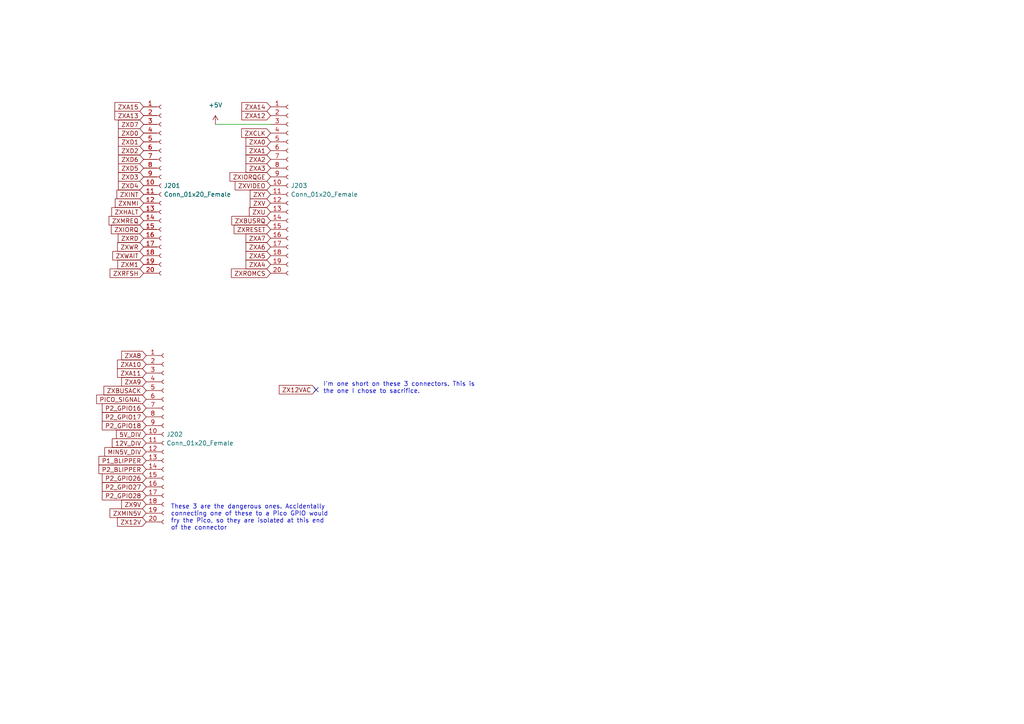
<source format=kicad_sch>
(kicad_sch (version 20211123) (generator eeschema)
  (paper "A4")
  (title_block (date "2023-11-02"))
  (lib_symbols
    (symbol "Connector:Conn_01x20_Female" (pin_names (offset 1.016) hide)
      (property "Reference" "J" (at 0 25.4 0))
      (property "Value" "Conn_01x20_Female" (at 0 -27.94 0))
      (symbol "Conn_01x20_Female_1_1"
        (arc (start 0 -24.892) (mid -0.508 -25.4) (end 0 -25.908) (stroke (width 0.1524)))
        (arc (start 0 -22.352) (mid -0.508 -22.86) (end 0 -23.368) (stroke (width 0.1524)))
        (arc (start 0 -19.812) (mid -0.508 -20.32) (end 0 -20.828) (stroke (width 0.1524)))
        (arc (start 0 -17.272) (mid -0.508 -17.78) (end 0 -18.288) (stroke (width 0.1524)))
        (arc (start 0 -14.732) (mid -0.508 -15.24) (end 0 -15.748) (stroke (width 0.1524)))
        (arc (start 0 -12.192) (mid -0.508 -12.7) (end 0 -13.208) (stroke (width 0.1524)))
        (arc (start 0 -9.652) (mid -0.508 -10.16) (end 0 -10.668) (stroke (width 0.1524)))
        (arc (start 0 -7.112) (mid -0.508 -7.62) (end 0 -8.128) (stroke (width 0.1524)))
        (arc (start 0 -4.572) (mid -0.508 -5.08) (end 0 -5.588) (stroke (width 0.1524)))
        (arc (start 0 -2.032) (mid -0.508 -2.54) (end 0 -3.048) (stroke (width 0.1524)))
        (polyline (pts (xy -1.27 -25.4) (xy -0.508 -25.4)) (stroke (width 0.1524)))
        (polyline (pts (xy -1.27 -22.86) (xy -0.508 -22.86)) (stroke (width 0.1524)))
        (polyline (pts (xy -1.27 -20.32) (xy -0.508 -20.32)) (stroke (width 0.1524)))
        (polyline (pts (xy -1.27 -17.78) (xy -0.508 -17.78)) (stroke (width 0.1524)))
        (polyline (pts (xy -1.27 -15.24) (xy -0.508 -15.24)) (stroke (width 0.1524)))
        (polyline (pts (xy -1.27 -12.7) (xy -0.508 -12.7)) (stroke (width 0.1524)))
        (polyline (pts (xy -1.27 -10.16) (xy -0.508 -10.16)) (stroke (width 0.1524)))
        (polyline (pts (xy -1.27 -7.62) (xy -0.508 -7.62)) (stroke (width 0.1524)))
        (polyline (pts (xy -1.27 -5.08) (xy -0.508 -5.08)) (stroke (width 0.1524)))
        (polyline (pts (xy -1.27 -2.54) (xy -0.508 -2.54)) (stroke (width 0.1524)))
        (polyline (pts (xy -1.27 0) (xy -0.508 0)) (stroke (width 0.1524)))
        (polyline (pts (xy -1.27 2.54) (xy -0.508 2.54)) (stroke (width 0.1524)))
        (polyline (pts (xy -1.27 5.08) (xy -0.508 5.08)) (stroke (width 0.1524)))
        (polyline (pts (xy -1.27 7.62) (xy -0.508 7.62)) (stroke (width 0.1524)))
        (polyline (pts (xy -1.27 10.16) (xy -0.508 10.16)) (stroke (width 0.1524)))
        (polyline (pts (xy -1.27 12.7) (xy -0.508 12.7)) (stroke (width 0.1524)))
        (polyline (pts (xy -1.27 15.24) (xy -0.508 15.24)) (stroke (width 0.1524)))
        (polyline (pts (xy -1.27 17.78) (xy -0.508 17.78)) (stroke (width 0.1524)))
        (polyline (pts (xy -1.27 20.32) (xy -0.508 20.32)) (stroke (width 0.1524)))
        (polyline (pts (xy -1.27 22.86) (xy -0.508 22.86)) (stroke (width 0.1524)))
        (arc (start 0 0.508) (mid -0.508 0) (end 0 -0.508) (stroke (width 0.1524)))
        (arc (start 0 3.048) (mid -0.508 2.54) (end 0 2.032) (stroke (width 0.1524)))
        (arc (start 0 5.588) (mid -0.508 5.08) (end 0 4.572) (stroke (width 0.1524)))
        (arc (start 0 8.128) (mid -0.508 7.62) (end 0 7.112) (stroke (width 0.1524)))
        (arc (start 0 10.668) (mid -0.508 10.16) (end 0 9.652) (stroke (width 0.1524)))
        (arc (start 0 13.208) (mid -0.508 12.7) (end 0 12.192) (stroke (width 0.1524)))
        (arc (start 0 15.748) (mid -0.508 15.24) (end 0 14.732) (stroke (width 0.1524)))
        (arc (start 0 18.288) (mid -0.508 17.78) (end 0 17.272) (stroke (width 0.1524)))
        (arc (start 0 20.828) (mid -0.508 20.32) (end 0 19.812) (stroke (width 0.1524)))
        (arc (start 0 23.368) (mid -0.508 22.86) (end 0 22.352) (stroke (width 0.1524)))
        (pin passive line (at -5.08 22.86 0) (length 3.81) (name "Pin_1") (number "1"))
        (pin passive line (at -5.08 0 0) (length 3.81) (name "Pin_10") (number "10"))
        (pin passive line (at -5.08 -2.54 0) (length 3.81) (name "Pin_11") (number "11"))
        (pin passive line (at -5.08 -5.08 0) (length 3.81) (name "Pin_12") (number "12"))
        (pin passive line (at -5.08 -7.62 0) (length 3.81) (name "Pin_13") (number "13"))
        (pin passive line (at -5.08 -10.16 0) (length 3.81) (name "Pin_14") (number "14"))
        (pin passive line (at -5.08 -12.7 0) (length 3.81) (name "Pin_15") (number "15"))
        (pin passive line (at -5.08 -15.24 0) (length 3.81) (name "Pin_16") (number "16"))
        (pin passive line (at -5.08 -17.78 0) (length 3.81) (name "Pin_17") (number "17"))
        (pin passive line (at -5.08 -20.32 0) (length 3.81) (name "Pin_18") (number "18"))
        (pin passive line (at -5.08 -22.86 0) (length 3.81) (name "Pin_19") (number "19"))
        (pin passive line (at -5.08 20.32 0) (length 3.81) (name "Pin_2") (number "2"))
        (pin passive line (at -5.08 -25.4 0) (length 3.81) (name "Pin_20") (number "20"))
        (pin passive line (at -5.08 17.78 0) (length 3.81) (name "Pin_3") (number "3"))
        (pin passive line (at -5.08 15.24 0) (length 3.81) (name "Pin_4") (number "4"))
        (pin passive line (at -5.08 12.7 0) (length 3.81) (name "Pin_5") (number "5"))
        (pin passive line (at -5.08 10.16 0) (length 3.81) (name "Pin_6") (number "6"))
        (pin passive line (at -5.08 7.62 0) (length 3.81) (name "Pin_7") (number "7"))
        (pin passive line (at -5.08 5.08 0) (length 3.81) (name "Pin_8") (number "8"))
        (pin passive line (at -5.08 2.54 0) (length 3.81) (name "Pin_9") (number "9"))
      )
    )
    (symbol "power:+5V" (power) (pin_names (offset 0))
      (property "Value" "+5V" (at 0 3.556 0))
      (symbol "+5V_0_1"
        (polyline (pts (xy -0.762 1.27) (xy 0 2.54)))
        (polyline (pts (xy 0 0) (xy 0 2.54)))
        (polyline (pts (xy 0 2.54) (xy 0.762 1.27)))
      )
      (symbol "+5V_1_1"
        (pin power_in line (at 0 0 90) (length 0) hide (name "+5V") (number "1"))
      )
    )
  )
  (no_connect (at 91.694 113.03))
  (wire (pts (xy 62.484 36.068) (xy 78.486 36.068)))
  (text "These 3 are the dangerous ones. Accidentally\nconnecting one of these to a Pico GPIO would\nfry the Pico, so they are isolated at this end\nof the connector" (at 49.53 153.924 0) (effects (font (size 1.27 1.27)) (justify left bottom)))
  (text "I'm one short on these 3 connectors. This is\nthe one I chose to sacrifice." (at 93.726 114.3 0) (effects (font (size 1.27 1.27)) (justify left bottom)))
  (global_label "ZXA4" (shape input) (at 78.486 76.708 180) (property "Intersheet References" "${INTERSHEET_REFS}" (effects hide)))
  (global_label "PICO_SIGNAL" (shape input) (at 42.418 115.824 180) (property "Intersheet References" "${INTERSHEET_REFS}" (effects hide)))
  (global_label "ZXD4" (shape input) (at 41.656 53.848 180) (property "Intersheet References" "${INTERSHEET_REFS}" (effects hide)))
  (global_label "ZXCLK" (shape input) (at 78.486 38.608 180) (property "Intersheet References" "${INTERSHEET_REFS}" (effects hide)))
  (global_label "P2_GPIO17" (shape input) (at 42.418 120.904 180) (property "Intersheet References" "${INTERSHEET_REFS}" (effects hide)))
  (global_label "ZXA7" (shape input) (at 78.486 69.088 180) (property "Intersheet References" "${INTERSHEET_REFS}" (effects hide)))
  (global_label "ZX12VAC" (shape input) (at 91.694 113.03 180) (property "Intersheet References" "${INTERSHEET_REFS}" (effects hide)))
  (global_label "ZXHALT" (shape input) (at 41.656 61.468 180) (property "Intersheet References" "${INTERSHEET_REFS}" (effects hide)))
  (global_label "ZXD7" (shape input) (at 41.656 36.068 180) (property "Intersheet References" "${INTERSHEET_REFS}" (effects hide)))
  (global_label "ZXA14" (shape input) (at 78.486 30.988 180) (property "Intersheet References" "${INTERSHEET_REFS}" (effects hide)))
  (global_label "ZXBUSRQ" (shape input) (at 78.486 64.008 180) (property "Intersheet References" "${INTERSHEET_REFS}" (effects hide)))
  (global_label "ZXWAIT" (shape input) (at 41.656 74.168 180) (property "Intersheet References" "${INTERSHEET_REFS}" (effects hide)))
  (global_label "ZXA13" (shape input) (at 41.656 33.528 180) (property "Intersheet References" "${INTERSHEET_REFS}" (effects hide)))
  (global_label "ZXRFSH" (shape input) (at 41.656 79.248 180) (property "Intersheet References" "${INTERSHEET_REFS}" (effects hide)))
  (global_label "P2_GPIO16" (shape input) (at 42.418 118.364 180) (property "Intersheet References" "${INTERSHEET_REFS}" (effects hide)))
  (global_label "P2_GPIO28" (shape input) (at 42.418 143.764 180) (property "Intersheet References" "${INTERSHEET_REFS}" (effects hide)))
  (global_label "ZXD0" (shape input) (at 41.656 38.608 180) (property "Intersheet References" "${INTERSHEET_REFS}" (effects hide)))
  (global_label "ZXRESET" (shape input) (at 78.486 66.548 180) (property "Intersheet References" "${INTERSHEET_REFS}" (effects hide)))
  (global_label "P2_GPIO27" (shape input) (at 42.418 141.224 180) (property "Intersheet References" "${INTERSHEET_REFS}" (effects hide)))
  (global_label "5V_DIV" (shape input) (at 42.418 125.984 180) (property "Intersheet References" "${INTERSHEET_REFS}" (effects hide)))
  (global_label "ZXA9" (shape input) (at 42.418 110.744 180) (property "Intersheet References" "${INTERSHEET_REFS}" (effects hide)))
  (global_label "ZXVIDEO" (shape input) (at 78.486 53.848 180) (property "Intersheet References" "${INTERSHEET_REFS}" (effects hide)))
  (global_label "ZXA15" (shape input) (at 41.656 30.988 180) (property "Intersheet References" "${INTERSHEET_REFS}" (effects hide)))
  (global_label "ZXA0" (shape input) (at 78.486 41.148 180) (property "Intersheet References" "${INTERSHEET_REFS}" (effects hide)))
  (global_label "P2_GPIO26" (shape input) (at 42.418 138.684 180) (property "Intersheet References" "${INTERSHEET_REFS}" (effects hide)))
  (global_label "P2_BLIPPER" (shape input) (at 42.418 136.144 180) (property "Intersheet References" "${INTERSHEET_REFS}" (effects hide)))
  (global_label "ZXRD" (shape input) (at 41.656 69.088 180) (property "Intersheet References" "${INTERSHEET_REFS}" (effects hide)))
  (global_label "ZXWR" (shape input) (at 41.656 71.628 180) (property "Intersheet References" "${INTERSHEET_REFS}" (effects hide)))
  (global_label "ZXINT" (shape input) (at 41.656 56.388 180) (property "Intersheet References" "${INTERSHEET_REFS}" (effects hide)))
  (global_label "ZXA12" (shape input) (at 78.486 33.528 180) (property "Intersheet References" "${INTERSHEET_REFS}" (effects hide)))
  (global_label "ZXROMCS" (shape input) (at 78.486 79.248 180) (property "Intersheet References" "${INTERSHEET_REFS}" (effects hide)))
  (global_label "ZXA3" (shape input) (at 78.486 48.768 180) (property "Intersheet References" "${INTERSHEET_REFS}" (effects hide)))
  (global_label "P1_BLIPPER" (shape input) (at 42.418 133.604 180) (property "Intersheet References" "${INTERSHEET_REFS}" (effects hide)))
  (global_label "ZXM1" (shape input) (at 41.656 76.708 180) (property "Intersheet References" "${INTERSHEET_REFS}" (effects hide)))
  (global_label "ZXA11" (shape input) (at 42.418 108.204 180) (property "Intersheet References" "${INTERSHEET_REFS}" (effects hide)))
  (global_label "ZXY" (shape input) (at 78.486 56.388 180) (property "Intersheet References" "${INTERSHEET_REFS}" (effects hide)))
  (global_label "ZXD3" (shape input) (at 41.656 51.308 180) (property "Intersheet References" "${INTERSHEET_REFS}" (effects hide)))
  (global_label "ZXMIN5V" (shape input) (at 42.418 148.844 180) (property "Intersheet References" "${INTERSHEET_REFS}" (effects hide)))
  (global_label "ZXU" (shape input) (at 78.486 61.468 180) (property "Intersheet References" "${INTERSHEET_REFS}" (effects hide)))
  (global_label "MIN5V_DIV" (shape input) (at 42.418 131.064 180) (property "Intersheet References" "${INTERSHEET_REFS}" (effects hide)))
  (global_label "ZXBUSACK" (shape input) (at 42.418 113.284 180) (property "Intersheet References" "${INTERSHEET_REFS}" (effects hide)))
  (global_label "ZXNMI" (shape input) (at 41.656 58.928 180) (property "Intersheet References" "${INTERSHEET_REFS}" (effects hide)))
  (global_label "ZXMREQ" (shape input) (at 41.656 64.008 180) (property "Intersheet References" "${INTERSHEET_REFS}" (effects hide)))
  (global_label "ZX12V" (shape input) (at 42.418 151.384 180) (property "Intersheet References" "${INTERSHEET_REFS}" (effects hide)))
  (global_label "ZXD2" (shape input) (at 41.656 43.688 180) (property "Intersheet References" "${INTERSHEET_REFS}" (effects hide)))
  (global_label "ZXA1" (shape input) (at 78.486 43.688 180) (property "Intersheet References" "${INTERSHEET_REFS}" (effects hide)))
  (global_label "12V_DIV" (shape input) (at 42.418 128.524 180) (property "Intersheet References" "${INTERSHEET_REFS}" (effects hide)))
  (global_label "ZX9V" (shape input) (at 42.418 146.304 180) (property "Intersheet References" "${INTERSHEET_REFS}" (effects hide)))
  (global_label "ZXIORQ" (shape input) (at 41.656 66.548 180) (property "Intersheet References" "${INTERSHEET_REFS}" (effects hide)))
  (global_label "ZXA6" (shape input) (at 78.486 71.628 180) (property "Intersheet References" "${INTERSHEET_REFS}" (effects hide)))
  (global_label "ZXD6" (shape input) (at 41.656 46.228 180) (property "Intersheet References" "${INTERSHEET_REFS}" (effects hide)))
  (global_label "ZXD1" (shape input) (at 41.656 41.148 180) (property "Intersheet References" "${INTERSHEET_REFS}" (effects hide)))
  (global_label "ZXA8" (shape input) (at 42.418 103.124 180) (property "Intersheet References" "${INTERSHEET_REFS}" (effects hide)))
  (global_label "ZXV" (shape input) (at 78.486 58.928 180) (property "Intersheet References" "${INTERSHEET_REFS}" (effects hide)))
  (global_label "P2_GPIO18" (shape input) (at 42.418 123.444 180) (property "Intersheet References" "${INTERSHEET_REFS}" (effects hide)))
  (global_label "ZXD5" (shape input) (at 41.656 48.768 180) (property "Intersheet References" "${INTERSHEET_REFS}" (effects hide)))
  (global_label "ZXIORQGE" (shape input) (at 78.486 51.308 180) (property "Intersheet References" "${INTERSHEET_REFS}" (effects hide)))
  (global_label "ZXA2" (shape input) (at 78.486 46.228 180) (property "Intersheet References" "${INTERSHEET_REFS}" (effects hide)))
  (global_label "ZXA10" (shape input) (at 42.418 105.664 180) (property "Intersheet References" "${INTERSHEET_REFS}" (effects hide)))
  (global_label "ZXA5" (shape input) (at 78.486 74.168 180) (property "Intersheet References" "${INTERSHEET_REFS}" (effects hide)))
  (symbol (lib_id "Connector:Conn_01x20_Female") (at 47.498 125.984 0) (unit 1)
    (property "Reference" "J202" (at 48.26 125.9839 0) (effects (justify left)))
    (property "Value" "Conn_01x20_Female" (at 48.26 128.5239 0) (effects (justify left)))
    (property "Footprint" "Connector_PinSocket_2.54mm:PinSocket_1x20_P2.54mm_Vertical" (effects hide))
  )
  (symbol (lib_id "Connector:Conn_01x20_Female") (at 46.736 53.848 0) (unit 1)
    (property "Reference" "J201" (at 47.498 53.8479 0) (effects (justify left)))
    (property "Value" "Conn_01x20_Female" (at 47.498 56.3879 0) (effects (justify left)))
    (property "Footprint" "Connector_PinSocket_2.54mm:PinSocket_1x20_P2.54mm_Vertical" (effects hide))
  )
  (symbol (lib_id "Connector:Conn_01x20_Female") (at 83.566 53.848 0) (unit 1)
    (property "Reference" "J203" (at 84.328 53.8479 0) (effects (justify left)))
    (property "Value" "Conn_01x20_Female" (at 84.328 56.3879 0) (effects (justify left)))
    (property "Footprint" "Connector_PinSocket_2.54mm:PinSocket_1x20_P2.54mm_Vertical" (effects hide))
  )
  (symbol (lib_id "power:+5V") (at 62.484 36.068 0) (unit 1)
    (property "Reference" "#PWR0121" (effects hide))
    (property "Value" "+5V" (at 62.484 30.48 0))
  )
)
</source>
